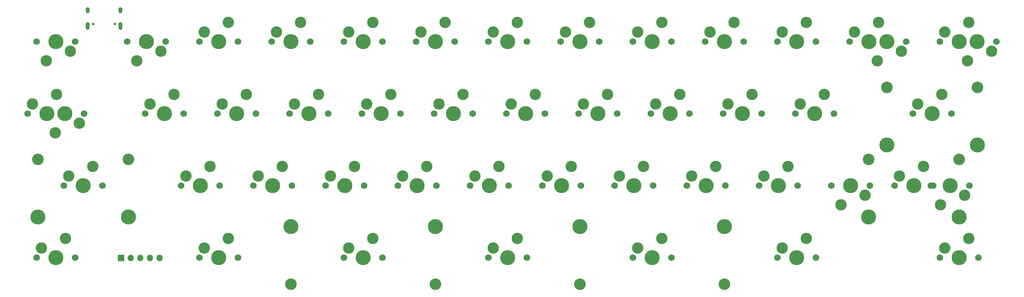
<source format=gbr>
%TF.GenerationSoftware,KiCad,Pcbnew,(6.0.11)*%
%TF.CreationDate,2023-03-06T11:36:10+01:00*%
%TF.ProjectId,kira,6b697261-2e6b-4696-9361-645f70636258,rev?*%
%TF.SameCoordinates,Original*%
%TF.FileFunction,Soldermask,Top*%
%TF.FilePolarity,Negative*%
%FSLAX46Y46*%
G04 Gerber Fmt 4.6, Leading zero omitted, Abs format (unit mm)*
G04 Created by KiCad (PCBNEW (6.0.11)) date 2023-03-06 11:36:10*
%MOMM*%
%LPD*%
G01*
G04 APERTURE LIST*
%ADD10C,3.000000*%
%ADD11C,1.750000*%
%ADD12C,3.987800*%
%ADD13C,3.048000*%
%ADD14C,0.650000*%
%ADD15O,1.000000X2.100000*%
%ADD16O,1.000000X1.600000*%
%ADD17R,1.700000X1.700000*%
%ADD18O,1.700000X1.700000*%
G04 APERTURE END LIST*
D10*
%TO.C,SW14*%
X29998117Y-70146067D03*
D11*
X37618117Y-65066067D03*
D12*
X32538117Y-65066067D03*
D10*
X36348117Y-67606067D03*
D11*
X27458117Y-65066067D03*
%TD*%
D12*
%TO.C,SW23*%
X211137500Y-65087500D03*
D10*
X213677500Y-60007500D03*
D11*
X206057500Y-65087500D03*
X216217500Y-65087500D03*
D10*
X207327500Y-62547500D03*
%TD*%
%TO.C,SW42*%
X221615000Y-100647500D03*
D11*
X220345000Y-103187500D03*
X230505000Y-103187500D03*
D10*
X227965000Y-98107500D03*
D12*
X225425000Y-103187500D03*
%TD*%
D11*
%TO.C,SW43*%
X273367500Y-103187500D03*
D10*
X270827500Y-98107500D03*
D12*
X268287500Y-103187500D03*
D11*
X263207500Y-103187500D03*
D10*
X264477500Y-100647500D03*
%TD*%
D12*
%TO.C,SW13(1.5)1*%
X268287500Y-46037500D03*
D11*
X263207500Y-46037500D03*
X273367500Y-46037500D03*
D10*
X264477500Y-43497500D03*
X270827500Y-40957500D03*
%TD*%
%TO.C,SW37(1.75)1*%
X263413152Y-89169151D03*
D12*
X265953152Y-84089151D03*
D11*
X260873152Y-84089151D03*
D10*
X269763152Y-86629151D03*
D11*
X271033152Y-84089151D03*
%TD*%
D12*
%TO.C,SW25*%
X249237500Y-73335550D03*
D11*
X256095500Y-65080550D03*
D12*
X273113500Y-73335550D03*
X261175500Y-65080550D03*
D10*
X257365500Y-62540550D03*
D13*
X273113500Y-58095550D03*
D10*
X263715500Y-60000550D03*
D13*
X249237500Y-58095550D03*
D11*
X266255500Y-65080550D03*
%TD*%
D10*
%TO.C,SW21*%
X175577500Y-60007500D03*
X169227500Y-62547500D03*
D11*
X178117500Y-65087500D03*
D12*
X173037500Y-65087500D03*
D11*
X167957500Y-65087500D03*
%TD*%
D10*
%TO.C,SW15*%
X54927500Y-62547500D03*
D12*
X58737500Y-65087500D03*
D10*
X61277500Y-60007500D03*
D11*
X53657500Y-65087500D03*
X63817500Y-65087500D03*
%TD*%
%TO.C,SW7*%
X154305000Y-46037500D03*
D12*
X149225000Y-46037500D03*
D10*
X145415000Y-43497500D03*
X151765000Y-40957500D03*
D11*
X144145000Y-46037500D03*
%TD*%
%TO.C,SW34*%
X206692500Y-84137500D03*
D12*
X201612500Y-84137500D03*
D11*
X196532500Y-84137500D03*
D10*
X204152500Y-79057500D03*
X197802500Y-81597500D03*
%TD*%
%TO.C,SW9*%
X183515000Y-43497500D03*
D11*
X182245000Y-46037500D03*
D12*
X187325000Y-46037500D03*
D11*
X192405000Y-46037500D03*
D10*
X189865000Y-40957500D03*
%TD*%
%TO.C,SW30*%
X121602500Y-81597500D03*
D12*
X125412500Y-84137500D03*
D11*
X120332500Y-84137500D03*
D10*
X127952500Y-79057500D03*
D11*
X130492500Y-84137500D03*
%TD*%
D10*
%TO.C,SW19*%
X137477500Y-60007500D03*
X131127500Y-62547500D03*
D12*
X134937500Y-65087500D03*
D11*
X140017500Y-65087500D03*
X129857500Y-65087500D03*
%TD*%
%TO.C,SW14(1.25)1*%
X32873860Y-65088197D03*
D10*
X23983860Y-62548197D03*
D12*
X27793860Y-65088197D03*
D10*
X30333860Y-60008197D03*
D11*
X22713860Y-65088197D03*
%TD*%
D10*
%TO.C,SW44*%
X113665000Y-98107500D03*
D12*
X111125000Y-103187500D03*
D13*
X130175000Y-110172500D03*
D12*
X130175000Y-94932500D03*
D11*
X106045000Y-103187500D03*
D12*
X92075000Y-94932500D03*
D13*
X92075000Y-110172500D03*
D10*
X107315000Y-100647500D03*
D11*
X116205000Y-103187500D03*
%TD*%
%TO.C,SW45*%
X182245000Y-103187500D03*
D13*
X168275000Y-110172500D03*
X206375000Y-110172500D03*
D10*
X189865000Y-98107500D03*
D12*
X168275000Y-94932500D03*
X187325000Y-103187500D03*
X206375000Y-94932500D03*
D11*
X192405000Y-103187500D03*
D10*
X183515000Y-100647500D03*
%TD*%
D12*
%TO.C,SW33*%
X182562500Y-84137500D03*
D10*
X178752500Y-81597500D03*
D11*
X187642500Y-84137500D03*
D10*
X185102500Y-79057500D03*
D11*
X177482500Y-84137500D03*
%TD*%
D10*
%TO.C,SW32*%
X159702500Y-81597500D03*
X166052500Y-79057500D03*
D11*
X168592500Y-84137500D03*
X158432500Y-84137500D03*
D12*
X163512500Y-84137500D03*
%TD*%
D10*
%TO.C,SW36*%
X243522500Y-86677500D03*
D11*
X244792500Y-84137500D03*
D12*
X239712500Y-84137500D03*
D10*
X237172500Y-89217500D03*
D11*
X234632500Y-84137500D03*
%TD*%
D10*
%TO.C,SW4*%
X88265000Y-43497500D03*
D11*
X97155000Y-46037500D03*
D10*
X94615000Y-40957500D03*
D12*
X92075000Y-46037500D03*
D11*
X86995000Y-46037500D03*
%TD*%
D10*
%TO.C,SW5*%
X113665000Y-40957500D03*
D11*
X106045000Y-46037500D03*
D10*
X107315000Y-43497500D03*
D12*
X111125000Y-46037500D03*
D11*
X116205000Y-46037500D03*
%TD*%
D10*
%TO.C,SW16*%
X80327500Y-60007500D03*
X73977500Y-62547500D03*
D12*
X77787500Y-65087500D03*
D11*
X82867500Y-65087500D03*
X72707500Y-65087500D03*
%TD*%
D13*
%TO.C,SW37(2.75)1*%
X244443100Y-77144624D03*
D12*
X244443100Y-92384624D03*
D11*
X251301100Y-84129624D03*
D12*
X268319100Y-92384624D03*
D11*
X261461100Y-84129624D03*
D10*
X258921100Y-79049624D03*
D12*
X256381100Y-84129624D03*
D10*
X252571100Y-81589624D03*
D13*
X268319100Y-77144624D03*
%TD*%
D11*
%TO.C,SW17*%
X91757500Y-65087500D03*
X101917500Y-65087500D03*
D10*
X93027500Y-62547500D03*
D12*
X96837500Y-65087500D03*
D10*
X99377500Y-60007500D03*
%TD*%
D11*
%TO.C,SW18*%
X110807500Y-65087500D03*
D10*
X118427500Y-60007500D03*
D11*
X120967500Y-65087500D03*
D12*
X115887500Y-65087500D03*
D10*
X112077500Y-62547500D03*
%TD*%
%TO.C,SW35*%
X216852500Y-81597500D03*
D11*
X225742500Y-84137500D03*
X215582500Y-84137500D03*
D10*
X223202500Y-79057500D03*
D12*
X220662500Y-84137500D03*
%TD*%
%TO.C,SW39*%
X30168281Y-103182316D03*
D11*
X25088281Y-103182316D03*
X35248281Y-103182316D03*
D10*
X26358281Y-100642316D03*
X32708281Y-98102316D03*
%TD*%
D11*
%TO.C,SW40*%
X78105000Y-103187500D03*
X67945000Y-103187500D03*
D12*
X73025000Y-103187500D03*
D10*
X75565000Y-98107500D03*
X69215000Y-100647500D03*
%TD*%
%TO.C,SW31*%
X140652500Y-81597500D03*
D12*
X144462500Y-84137500D03*
D11*
X139382500Y-84137500D03*
X149542500Y-84137500D03*
D10*
X147002500Y-79057500D03*
%TD*%
D12*
%TO.C,SW8*%
X168275000Y-46037500D03*
D10*
X164465000Y-43497500D03*
D11*
X173355000Y-46037500D03*
D10*
X170815000Y-40957500D03*
D11*
X163195000Y-46037500D03*
%TD*%
%TO.C,SW12*%
X278130000Y-46037500D03*
D10*
X276860000Y-48577500D03*
D11*
X267970000Y-46037500D03*
D12*
X273050000Y-46037500D03*
D10*
X270510000Y-51117500D03*
%TD*%
D12*
%TO.C,SW41*%
X149225000Y-103187500D03*
D13*
X206375000Y-110172500D03*
D12*
X92075000Y-94932500D03*
D11*
X144145000Y-103187500D03*
D10*
X145415000Y-100647500D03*
X151765000Y-98107500D03*
D13*
X92075000Y-110172500D03*
D11*
X154305000Y-103187500D03*
D12*
X206375000Y-94932500D03*
%TD*%
D11*
%TO.C,SW11*%
X220345000Y-46037500D03*
D12*
X225425000Y-46037500D03*
D10*
X221615000Y-43497500D03*
D11*
X230505000Y-46037500D03*
D10*
X227965000Y-40957500D03*
%TD*%
D11*
%TO.C,SW28*%
X92392500Y-84137500D03*
D10*
X89852500Y-79057500D03*
X83502500Y-81597500D03*
D12*
X87312500Y-84137500D03*
D11*
X82232500Y-84137500D03*
%TD*%
%TO.C,SW3*%
X67945000Y-46037500D03*
X78105000Y-46037500D03*
D10*
X75565000Y-40957500D03*
D12*
X73025000Y-46037500D03*
D10*
X69215000Y-43497500D03*
%TD*%
D11*
%TO.C,SW1*%
X25082500Y-46037500D03*
D10*
X33972500Y-48577500D03*
D12*
X30162500Y-46037500D03*
D11*
X35242500Y-46037500D03*
D10*
X27622500Y-51117500D03*
%TD*%
D11*
%TO.C,SW10*%
X201295000Y-46037500D03*
D10*
X208915000Y-40957500D03*
D11*
X211455000Y-46037500D03*
D10*
X202565000Y-43497500D03*
D12*
X206375000Y-46037500D03*
%TD*%
D10*
%TO.C,SW13*%
X247015000Y-40957500D03*
X240665000Y-43497500D03*
D11*
X249555000Y-46037500D03*
X239395000Y-46037500D03*
D12*
X244475000Y-46037500D03*
%TD*%
D11*
%TO.C,SW27*%
X73342500Y-84137500D03*
D12*
X68262500Y-84137500D03*
D11*
X63182500Y-84137500D03*
D10*
X70802500Y-79057500D03*
X64452500Y-81597500D03*
%TD*%
%TO.C,SW22*%
X188277500Y-62547500D03*
D11*
X187007500Y-65087500D03*
D12*
X192087500Y-65087500D03*
D11*
X197167500Y-65087500D03*
D10*
X194627500Y-60007500D03*
%TD*%
D11*
%TO.C,SW6*%
X135255000Y-46037500D03*
D10*
X132715000Y-40957500D03*
D11*
X125095000Y-46037500D03*
D10*
X126365000Y-43497500D03*
D12*
X130175000Y-46037500D03*
%TD*%
D11*
%TO.C,SW24*%
X225107500Y-65087500D03*
D10*
X226377500Y-62547500D03*
D11*
X235267500Y-65087500D03*
D10*
X232727500Y-60007500D03*
D12*
X230187500Y-65087500D03*
%TD*%
%TO.C,SW29*%
X106362500Y-84137500D03*
D10*
X108902500Y-79057500D03*
D11*
X111442500Y-84137500D03*
X101282500Y-84137500D03*
D10*
X102552500Y-81597500D03*
%TD*%
D11*
%TO.C,SW20*%
X148907500Y-65087500D03*
D10*
X150177500Y-62547500D03*
D11*
X159067500Y-65087500D03*
D10*
X156527500Y-60007500D03*
D12*
X153987500Y-65087500D03*
%TD*%
D10*
%TO.C,SW2*%
X57785000Y-48577500D03*
D11*
X48895000Y-46037500D03*
X59055000Y-46037500D03*
D12*
X53975000Y-46037500D03*
D10*
X51435000Y-51117500D03*
%TD*%
%TO.C,SW12(1.5)1*%
X246697500Y-51117500D03*
D11*
X244157500Y-46037500D03*
X254317500Y-46037500D03*
D10*
X253047500Y-48577500D03*
D12*
X249237500Y-46037500D03*
%TD*%
D10*
%TO.C,SW26*%
X39860255Y-79025102D03*
D13*
X25382255Y-77120102D03*
D12*
X25382255Y-92360102D03*
X37320255Y-84105102D03*
D13*
X49258255Y-77120102D03*
D10*
X33510255Y-81565102D03*
D11*
X42400255Y-84105102D03*
D12*
X49258255Y-92360102D03*
D11*
X32240255Y-84105102D03*
%TD*%
D14*
%TO.C,J1*%
X45752499Y-41319539D03*
X39972499Y-41319539D03*
D15*
X47182499Y-41849539D03*
D16*
X47182499Y-37669539D03*
X38542499Y-37669539D03*
D15*
X38542499Y-41849539D03*
%TD*%
D17*
%TO.C,J2*%
X47337500Y-103212500D03*
D18*
X49877500Y-103212500D03*
X52417500Y-103212500D03*
X54957500Y-103212500D03*
X57497500Y-103212500D03*
%TD*%
M02*

</source>
